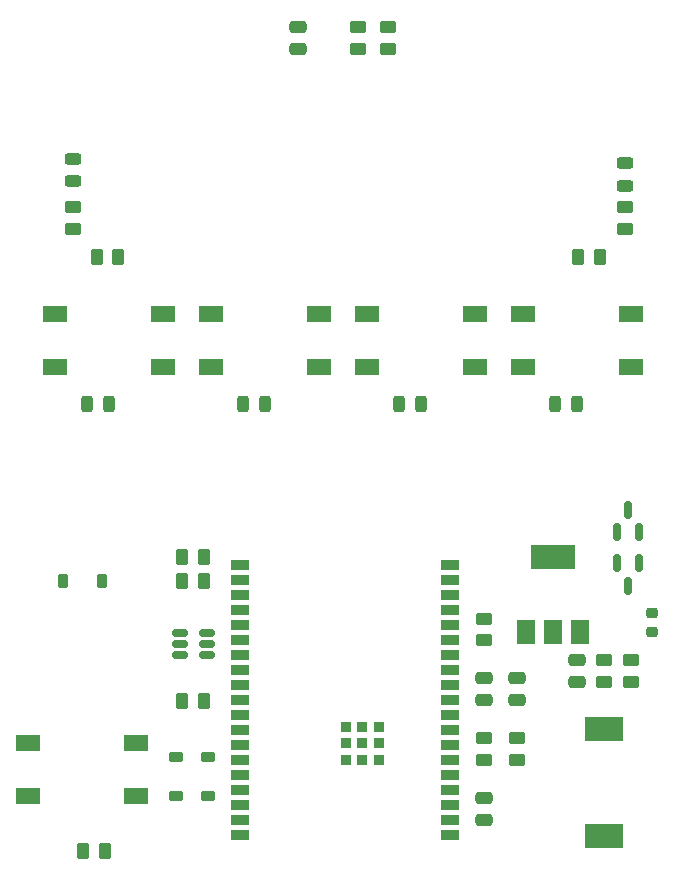
<source format=gbr>
%TF.GenerationSoftware,KiCad,Pcbnew,(7.0.0-0)*%
%TF.CreationDate,2023-11-13T22:50:32+01:00*%
%TF.ProjectId,ultimate-invitation-card,756c7469-6d61-4746-952d-696e76697461,rev?*%
%TF.SameCoordinates,Original*%
%TF.FileFunction,Paste,Top*%
%TF.FilePolarity,Positive*%
%FSLAX46Y46*%
G04 Gerber Fmt 4.6, Leading zero omitted, Abs format (unit mm)*
G04 Created by KiCad (PCBNEW (7.0.0-0)) date 2023-11-13 22:50:32*
%MOMM*%
%LPD*%
G01*
G04 APERTURE LIST*
G04 Aperture macros list*
%AMRoundRect*
0 Rectangle with rounded corners*
0 $1 Rounding radius*
0 $2 $3 $4 $5 $6 $7 $8 $9 X,Y pos of 4 corners*
0 Add a 4 corners polygon primitive as box body*
4,1,4,$2,$3,$4,$5,$6,$7,$8,$9,$2,$3,0*
0 Add four circle primitives for the rounded corners*
1,1,$1+$1,$2,$3*
1,1,$1+$1,$4,$5*
1,1,$1+$1,$6,$7*
1,1,$1+$1,$8,$9*
0 Add four rect primitives between the rounded corners*
20,1,$1+$1,$2,$3,$4,$5,0*
20,1,$1+$1,$4,$5,$6,$7,0*
20,1,$1+$1,$6,$7,$8,$9,0*
20,1,$1+$1,$8,$9,$2,$3,0*%
G04 Aperture macros list end*
%ADD10RoundRect,0.250000X0.262500X0.450000X-0.262500X0.450000X-0.262500X-0.450000X0.262500X-0.450000X0*%
%ADD11RoundRect,0.243750X-0.243750X-0.456250X0.243750X-0.456250X0.243750X0.456250X-0.243750X0.456250X0*%
%ADD12RoundRect,0.250000X-0.262500X-0.450000X0.262500X-0.450000X0.262500X0.450000X-0.262500X0.450000X0*%
%ADD13RoundRect,0.250000X0.450000X-0.262500X0.450000X0.262500X-0.450000X0.262500X-0.450000X-0.262500X0*%
%ADD14RoundRect,0.243750X0.456250X-0.243750X0.456250X0.243750X-0.456250X0.243750X-0.456250X-0.243750X0*%
%ADD15RoundRect,0.243750X-0.456250X0.243750X-0.456250X-0.243750X0.456250X-0.243750X0.456250X0.243750X0*%
%ADD16RoundRect,0.250000X0.475000X-0.250000X0.475000X0.250000X-0.475000X0.250000X-0.475000X-0.250000X0*%
%ADD17RoundRect,0.218750X0.256250X-0.218750X0.256250X0.218750X-0.256250X0.218750X-0.256250X-0.218750X0*%
%ADD18R,0.900000X0.900000*%
%ADD19R,0.900000X0.880000*%
%ADD20R,1.500000X0.900000*%
%ADD21RoundRect,0.225000X0.225000X0.375000X-0.225000X0.375000X-0.225000X-0.375000X0.225000X-0.375000X0*%
%ADD22RoundRect,0.225000X-0.375000X0.225000X-0.375000X-0.225000X0.375000X-0.225000X0.375000X0.225000X0*%
%ADD23R,3.200000X2.000000*%
%ADD24RoundRect,0.250000X-0.450000X0.262500X-0.450000X-0.262500X0.450000X-0.262500X0.450000X0.262500X0*%
%ADD25R,2.100000X1.400000*%
%ADD26RoundRect,0.250000X-0.475000X0.250000X-0.475000X-0.250000X0.475000X-0.250000X0.475000X0.250000X0*%
%ADD27R,1.500000X2.000000*%
%ADD28R,3.800000X2.000000*%
%ADD29RoundRect,0.150000X-0.150000X0.587500X-0.150000X-0.587500X0.150000X-0.587500X0.150000X0.587500X0*%
%ADD30RoundRect,0.150000X-0.512500X-0.150000X0.512500X-0.150000X0.512500X0.150000X-0.512500X0.150000X0*%
%ADD31RoundRect,0.225000X0.375000X-0.225000X0.375000X0.225000X-0.375000X0.225000X-0.375000X-0.225000X0*%
%ADD32RoundRect,0.150000X0.150000X-0.587500X0.150000X0.587500X-0.150000X0.587500X-0.150000X-0.587500X0*%
G04 APERTURE END LIST*
D10*
%TO.C,R15*%
X153312500Y-74930000D03*
X151487500Y-74930000D03*
%TD*%
D11*
%TO.C,D7*%
X136298700Y-87376000D03*
X138173700Y-87376000D03*
%TD*%
D12*
%TO.C,R14*%
X110720500Y-74930000D03*
X112545500Y-74930000D03*
%TD*%
D13*
%TO.C,R16*%
X146304000Y-117498500D03*
X146304000Y-115673500D03*
%TD*%
D11*
%TO.C,D6*%
X123090700Y-87376000D03*
X124965700Y-87376000D03*
%TD*%
D14*
%TO.C,D3*%
X108712000Y-68501500D03*
X108712000Y-66626500D03*
%TD*%
D15*
%TO.C,D4*%
X155448000Y-67031000D03*
X155448000Y-68906000D03*
%TD*%
D13*
%TO.C,R5*%
X143510000Y-117498500D03*
X143510000Y-115673500D03*
%TD*%
%TO.C,R1*%
X155956000Y-110894500D03*
X155956000Y-109069500D03*
%TD*%
D16*
%TO.C,C2*%
X146304000Y-112456000D03*
X146304000Y-110556000D03*
%TD*%
D17*
%TO.C,F1*%
X157734000Y-106680100D03*
X157734000Y-105105100D03*
%TD*%
D18*
%TO.C,U3*%
X131778999Y-117530999D03*
X133178999Y-117530999D03*
X134578999Y-117530999D03*
X131778999Y-116130999D03*
X133178999Y-116130999D03*
X134578999Y-116130999D03*
D19*
X133168999Y-114750999D03*
D18*
X131768999Y-114730999D03*
X134568999Y-114730999D03*
D20*
X140588999Y-123920999D03*
X140588999Y-122650999D03*
X140588999Y-121380999D03*
X140588999Y-120110999D03*
X140588999Y-118840999D03*
X140588999Y-117570999D03*
X140588999Y-116300999D03*
X140588999Y-115030999D03*
X140588999Y-113760999D03*
X140588999Y-112490999D03*
X140588999Y-111220999D03*
X140588999Y-109950999D03*
X140588999Y-108680999D03*
X140588999Y-107410999D03*
X140588999Y-106140999D03*
X140588999Y-104870999D03*
X140588999Y-103600999D03*
X140588999Y-102330999D03*
X140588999Y-101060999D03*
X122808999Y-101060999D03*
X122808999Y-102330999D03*
X122808999Y-103600999D03*
X122808999Y-104870999D03*
X122808999Y-106140999D03*
X122808999Y-107410999D03*
X122808999Y-108680999D03*
X122808999Y-109950999D03*
X122808999Y-111220999D03*
X122808999Y-112490999D03*
X122808999Y-113760999D03*
X122808999Y-115030999D03*
X122808999Y-116300999D03*
X122808999Y-117570999D03*
X122808999Y-118840999D03*
X122808999Y-120110999D03*
X122808999Y-121380999D03*
X122808999Y-122650999D03*
X122808999Y-123920999D03*
%TD*%
D21*
%TO.C,D1*%
X111124000Y-102362000D03*
X107824000Y-102362000D03*
%TD*%
D11*
%TO.C,D5*%
X109908100Y-87376000D03*
X111783100Y-87376000D03*
%TD*%
D22*
%TO.C,D2*%
X117398800Y-117323600D03*
X117398800Y-120623600D03*
%TD*%
D23*
%TO.C,BZ1*%
X153695399Y-114922299D03*
X153695399Y-123939299D03*
%TD*%
D13*
%TO.C,R19*%
X135382000Y-57300500D03*
X135382000Y-55475500D03*
%TD*%
D10*
%TO.C,R7*%
X111402500Y-125222000D03*
X109577500Y-125222000D03*
%TD*%
D13*
%TO.C,R20*%
X132842000Y-57300500D03*
X132842000Y-55475500D03*
%TD*%
D12*
%TO.C,R21*%
X117959500Y-102362000D03*
X119784500Y-102362000D03*
%TD*%
D16*
%TO.C,C6*%
X127762000Y-57338000D03*
X127762000Y-55438000D03*
%TD*%
D24*
%TO.C,R8*%
X108712000Y-70715500D03*
X108712000Y-72540500D03*
%TD*%
D13*
%TO.C,R2*%
X153670000Y-110894500D03*
X153670000Y-109069500D03*
%TD*%
D25*
%TO.C,SW5*%
X133625999Y-79791999D03*
X142725999Y-79791999D03*
X133625999Y-84291999D03*
X142725999Y-84291999D03*
%TD*%
%TO.C,SW6*%
X146833999Y-79791999D03*
X155933999Y-79791999D03*
X146833999Y-84291999D03*
X155933999Y-84291999D03*
%TD*%
D24*
%TO.C,R9*%
X155448000Y-70715500D03*
X155448000Y-72540500D03*
%TD*%
D26*
%TO.C,C5*%
X143510000Y-120716000D03*
X143510000Y-122616000D03*
%TD*%
D27*
%TO.C,U2*%
X147051999Y-106679999D03*
X149351999Y-106679999D03*
D28*
X149351999Y-100379999D03*
D27*
X151651999Y-106679999D03*
%TD*%
D25*
%TO.C,SW2*%
X114023999Y-120613999D03*
X104923999Y-120613999D03*
X114023999Y-116113999D03*
X104923999Y-116113999D03*
%TD*%
D29*
%TO.C,Q2*%
X156652000Y-100891100D03*
X154752000Y-100891100D03*
X155702000Y-102766100D03*
%TD*%
D11*
%TO.C,D8*%
X149506700Y-87376000D03*
X151381700Y-87376000D03*
%TD*%
D12*
%TO.C,R3*%
X117959500Y-100330000D03*
X119784500Y-100330000D03*
%TD*%
D30*
%TO.C,U1*%
X117734500Y-106746000D03*
X117734500Y-107696000D03*
X117734500Y-108646000D03*
X120009500Y-108646000D03*
X120009500Y-107696000D03*
X120009500Y-106746000D03*
%TD*%
D12*
%TO.C,R4*%
X117959500Y-112522000D03*
X119784500Y-112522000D03*
%TD*%
D25*
%TO.C,SW3*%
X107209999Y-79791999D03*
X116309999Y-79791999D03*
X107209999Y-84291999D03*
X116309999Y-84291999D03*
%TD*%
D26*
%TO.C,C1*%
X151384000Y-109032000D03*
X151384000Y-110932000D03*
%TD*%
D25*
%TO.C,SW4*%
X120417999Y-79791999D03*
X129517999Y-79791999D03*
X120417999Y-84291999D03*
X129517999Y-84291999D03*
%TD*%
D31*
%TO.C,D9*%
X120142000Y-120623600D03*
X120142000Y-117323600D03*
%TD*%
D26*
%TO.C,C3*%
X143510000Y-110556000D03*
X143510000Y-112456000D03*
%TD*%
D32*
%TO.C,Q1*%
X154752000Y-98219500D03*
X156652000Y-98219500D03*
X155702000Y-96344500D03*
%TD*%
D13*
%TO.C,R17*%
X143510000Y-107414700D03*
X143510000Y-105589700D03*
%TD*%
M02*

</source>
